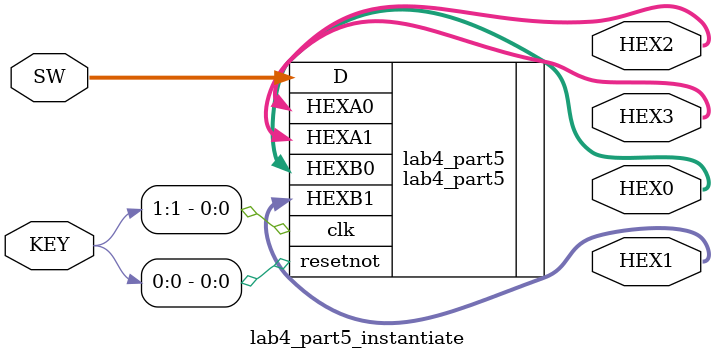
<source format=v>
module lab4_part5_instantiate(SW, HEX3, HEX2, HEX1, HEX0, KEY);
	input  [7:0] SW;
	input  [1:0] KEY;
	output [6:0] HEX3;
	output [6:0] HEX2;
	output [6:0] HEX1;
	output [6:0] HEX0;

	lab4_part5 lab4_part5(.D(SW), 
	                      .HEXA1(HEX3), 
	                      .HEXA0(HEX2), 
	                      .HEXB1(HEX1), 
	                      .HEXB0(HEX0),
	                      .clk(KEY[1]), // Note that unpressed key writes logic 
	                                    // 1, and pressed key writes logic 0. So, 
	                                    // posedge clk triggers on key up release, 
	                                    // not key down press. 
	                                    // 
	                                    // Replacing with ~KEY[1] should work too.
	                      .resetnot(KEY[0]));
endmodule
</source>
